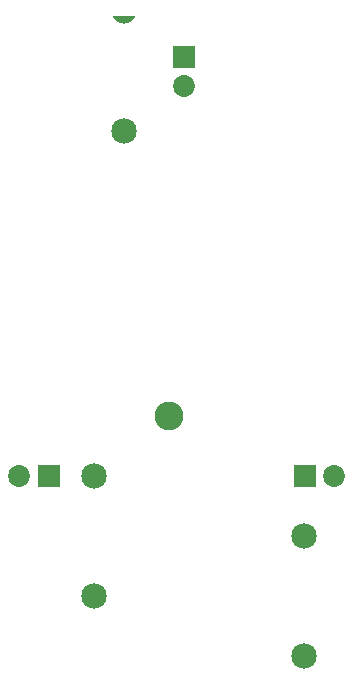
<source format=gbs>
G04 MADE WITH FRITZING*
G04 WWW.FRITZING.ORG*
G04 DOUBLE SIDED*
G04 HOLES PLATED*
G04 CONTOUR ON CENTER OF CONTOUR VECTOR*
%ASAXBY*%
%FSLAX23Y23*%
%MOIN*%
%OFA0B0*%
%SFA1.0B1.0*%
%ADD10C,0.072992*%
%ADD11C,0.085000*%
%ADD12C,0.096614*%
%ADD13R,0.072992X0.072992*%
%ADD14R,0.001000X0.001000*%
%LNMASK0*%
G90*
G70*
G54D10*
X942Y2169D03*
X942Y2071D03*
X1343Y771D03*
X1442Y771D03*
G54D11*
X1342Y571D03*
X1342Y171D03*
X742Y1921D03*
G54D10*
X490Y771D03*
X392Y771D03*
G54D11*
X642Y771D03*
X642Y371D03*
G54D12*
X892Y971D03*
G54D13*
X942Y2169D03*
X1343Y771D03*
X490Y771D03*
G54D14*
X703Y2304D02*
X779Y2304D01*
X703Y2303D02*
X779Y2303D01*
X704Y2302D02*
X778Y2302D01*
X704Y2301D02*
X778Y2301D01*
X705Y2300D02*
X777Y2300D01*
X705Y2299D02*
X776Y2299D01*
X706Y2298D02*
X776Y2298D01*
X707Y2297D02*
X775Y2297D01*
X707Y2296D02*
X774Y2296D01*
X708Y2295D02*
X774Y2295D01*
X709Y2294D02*
X773Y2294D01*
X710Y2293D02*
X772Y2293D01*
X711Y2292D02*
X771Y2292D01*
X712Y2291D02*
X770Y2291D01*
X713Y2290D02*
X769Y2290D01*
X714Y2289D02*
X768Y2289D01*
X715Y2288D02*
X766Y2288D01*
X717Y2287D02*
X765Y2287D01*
X718Y2286D02*
X764Y2286D01*
X720Y2285D02*
X762Y2285D01*
X721Y2284D02*
X760Y2284D01*
X723Y2283D02*
X758Y2283D01*
X725Y2282D02*
X756Y2282D01*
X728Y2281D02*
X753Y2281D01*
X732Y2280D02*
X750Y2280D01*
X739Y2279D02*
X742Y2279D01*
D02*
G04 End of Mask0*
M02*
</source>
